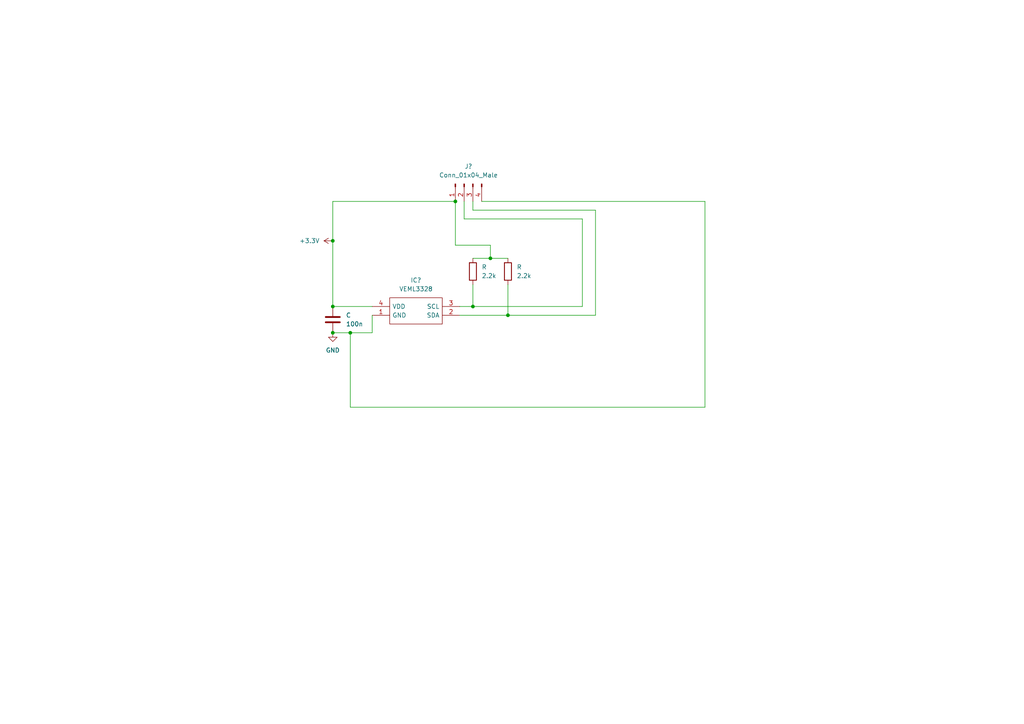
<source format=kicad_sch>
(kicad_sch (version 20211123) (generator eeschema)
  (paper "A4")
  (lib_symbols
    (symbol "Connector:Conn_01x04_Male" (pin_names (offset 1.016) hide)
      (property "Reference" "J" (at 0 5.08 0))
      (property "Value" "Conn_01x04_Male" (at 0 -7.62 0))
      (symbol "Conn_01x04_Male_1_1"
        (polyline (pts (xy 1.27 -5.08) (xy 0.8636 -5.08)) (stroke (width 0.1524)))
        (polyline (pts (xy 1.27 -2.54) (xy 0.8636 -2.54)) (stroke (width 0.1524)))
        (polyline (pts (xy 1.27 0) (xy 0.8636 0)) (stroke (width 0.1524)))
        (polyline (pts (xy 1.27 2.54) (xy 0.8636 2.54)) (stroke (width 0.1524)))
        (rectangle (start 0.8636 -4.953) (end 0 -5.207) (stroke (width 0.1524)) (fill (type outline)))
        (rectangle (start 0.8636 -2.413) (end 0 -2.667) (stroke (width 0.1524)) (fill (type outline)))
        (rectangle (start 0.8636 0.127) (end 0 -0.127) (stroke (width 0.1524)) (fill (type outline)))
        (rectangle (start 0.8636 2.667) (end 0 2.413) (stroke (width 0.1524)) (fill (type outline)))
        (pin passive line (at 5.08 2.54 180) (length 3.81) (name "Pin_1") (number "1"))
        (pin passive line (at 5.08 0 180) (length 3.81) (name "Pin_2") (number "2"))
        (pin passive line (at 5.08 -2.54 180) (length 3.81) (name "Pin_3") (number "3"))
        (pin passive line (at 5.08 -5.08 180) (length 3.81) (name "Pin_4") (number "4"))
      )
    )
    (symbol "Device:C" (pin_numbers hide) (pin_names (offset 0.254))
      (property "Reference" "C" (at 0.635 2.54 0))
      (property "Value" "C" (at 0.635 -2.54 0))
      (symbol "C_0_1"
        (polyline (pts (xy -2.032 -0.762) (xy 2.032 -0.762)) (stroke (width 0.508)))
        (polyline (pts (xy -2.032 0.762) (xy 2.032 0.762)) (stroke (width 0.508)))
      )
      (symbol "C_1_1"
        (pin passive line (at 0 3.81 270) (length 2.794) (name "~") (number "1"))
        (pin passive line (at 0 -3.81 90) (length 2.794) (name "~") (number "2"))
      )
    )
    (symbol "Device:R" (pin_numbers hide) (pin_names (offset 0))
      (property "Reference" "R" (at 2.032 0 90))
      (property "Value" "R" (at 0 0 90))
      (symbol "R_0_1"
        (rectangle (start -1.016 -2.54) (end 1.016 2.54) (stroke (width 0.254)))
      )
      (symbol "R_1_1"
        (pin passive line (at 0 3.81 270) (length 1.27) (name "~") (number "1"))
        (pin passive line (at 0 -3.81 90) (length 1.27) (name "~") (number "2"))
      )
    )
    (symbol "VEML3328:VEML3328" (pin_names (offset 0.762))
      (property "Reference" "IC" (at 21.59 7.62 0))
      (property "Value" "VEML3328" (at 21.59 5.08 0))
      (symbol "VEML3328_0_0"
        (pin passive line (at 25.4 0 180) (length 5.08) (name "GND") (number "1"))
        (pin passive line (at 0 0 0) (length 5.08) (name "SDA") (number "2"))
        (pin passive line (at 0 -2.54 0) (length 5.08) (name "SCL") (number "3"))
        (pin passive line (at 25.4 -2.54 180) (length 5.08) (name "VDD") (number "4"))
      )
      (symbol "VEML3328_0_1"
        (polyline (pts (xy 5.08 2.54) (xy 20.32 2.54) (xy 20.32 -5.08) (xy 5.08 -5.08) (xy 5.08 2.54)) (stroke (width 0.1524)))
      )
    )
    (symbol "power:+3.3V" (power) (pin_names (offset 0))
      (property "Value" "+3.3V" (at 0 3.556 0))
      (symbol "+3.3V_0_1"
        (polyline (pts (xy -0.762 1.27) (xy 0 2.54)))
        (polyline (pts (xy 0 0) (xy 0 2.54)))
        (polyline (pts (xy 0 2.54) (xy 0.762 1.27)))
      )
      (symbol "+3.3V_1_1"
        (pin power_in line (at 0 0 90) (length 0) hide (name "+3.3V") (number "1"))
      )
    )
    (symbol "power:GND" (power) (pin_names (offset 0))
      (property "Value" "GND" (at 0 -3.81 0))
      (symbol "GND_0_1"
        (polyline (pts (xy 0 0) (xy 0 -1.27) (xy 1.27 -1.27) (xy 0 -2.54) (xy -1.27 -1.27) (xy 0 -1.27)))
      )
      (symbol "GND_1_1"
        (pin power_in line (at 0 0 270) (length 0) hide (name "GND") (number "1"))
      )
    )
  )
  (junction (at 96.52 88.9))
  (junction (at 132.08 58.42))
  (junction (at 137.16 88.9))
  (junction (at 142.24 74.93))
  (junction (at 147.32 91.44))
  (junction (at 96.52 69.85))
  (junction (at 101.6 96.52))
  (junction (at 96.52 96.52))
  (wire (pts (xy 96.52 88.9) (xy 107.95 88.9)))
  (wire (pts (xy 168.91 63.5) (xy 134.62 63.5)))
  (wire (pts (xy 204.47 118.11) (xy 101.6 118.11)))
  (wire (pts (xy 172.72 91.44) (xy 172.72 60.96)))
  (wire (pts (xy 133.35 91.44) (xy 147.32 91.44)))
  (wire (pts (xy 101.6 118.11) (xy 101.6 96.52)))
  (wire (pts (xy 139.7 58.42) (xy 204.47 58.42)))
  (wire (pts (xy 101.6 96.52) (xy 96.52 96.52)))
  (wire (pts (xy 132.08 58.42) (xy 132.08 71.12)))
  (wire (pts (xy 101.6 96.52) (xy 107.95 96.52)))
  (wire (pts (xy 96.52 58.42) (xy 96.52 69.85)))
  (wire (pts (xy 107.95 91.44) (xy 107.95 96.52)))
  (wire (pts (xy 137.16 58.42) (xy 137.16 60.96)))
  (wire (pts (xy 132.08 71.12) (xy 142.24 71.12)))
  (wire (pts (xy 172.72 60.96) (xy 137.16 60.96)))
  (wire (pts (xy 204.47 58.42) (xy 204.47 118.11)))
  (wire (pts (xy 142.24 74.93) (xy 142.24 71.12)))
  (wire (pts (xy 147.32 91.44) (xy 172.72 91.44)))
  (wire (pts (xy 147.32 91.44) (xy 147.32 82.55)))
  (wire (pts (xy 134.62 58.42) (xy 134.62 63.5)))
  (wire (pts (xy 142.24 74.93) (xy 147.32 74.93)))
  (wire (pts (xy 137.16 88.9) (xy 168.91 88.9)))
  (wire (pts (xy 96.52 69.85) (xy 96.52 88.9)))
  (wire (pts (xy 133.35 88.9) (xy 137.16 88.9)))
  (wire (pts (xy 132.08 58.42) (xy 96.52 58.42)))
  (wire (pts (xy 137.16 88.9) (xy 137.16 82.55)))
  (wire (pts (xy 137.16 74.93) (xy 142.24 74.93)))
  (wire (pts (xy 168.91 88.9) (xy 168.91 63.5)))
  (symbol (lib_id "Device:R") (at 137.16 78.74 0) (unit 1)
    (property "Reference" "R" (at 139.7 77.4699 0) (effects (justify left)))
    (property "Value" "2.2k" (at 139.7 80.0099 0) (effects (justify left)))
  )
  (symbol (lib_id "VEML3328:VEML3328") (at 133.35 91.44 180) (unit 1)
    (property "Reference" "IC?" (at 120.65 81.28 0))
    (property "Value" "VEML3328" (at 120.65 83.82 0))
    (property "Footprint" "VEML3328" (effects hide))
    (property "Datasheet" "https://componentsearchengine.com/Datasheets/1/VEML3328.pdf" (effects hide))
    (property "Description" "Photo IC Sensors RGBCIR Color Sensor I2C bus OPLGA4" (effects hide))
    (property "Height" "1.1" (effects hide))
    (property "Manufacturer_Name" "Vishay" (effects hide))
    (property "Manufacturer_Part_Number" "VEML3328" (effects hide))
    (property "Mouser Part Number" "78-VEML3328" (effects hide))
    (property "Mouser Price/Stock" "https://www.mouser.co.uk/ProductDetail/Vishay-Semiconductors/VEML3328?qs=d0WKAl%252BL4Kbpb5hwM69hRw%3D%3D" (effects hide))
    (property "Arrow Part Number" "VEML3328" (effects hide))
    (property "Arrow Price/Stock" "https://www.arrow.com/en/products/veml3328/vishay?region=nac" (effects hide))
  )
  (symbol (lib_id "Connector:Conn_01x04_Male") (at 134.62 53.34 90) (mirror x) (unit 1)
    (property "Reference" "J?" (at 135.89 48.26 90))
    (property "Value" "Conn_01x04_Male" (at 135.89 50.8 90))
  )
  (symbol (lib_id "Device:R") (at 147.32 78.74 0) (unit 1)
    (property "Reference" "R" (at 149.86 77.4699 0) (effects (justify left)))
    (property "Value" "2.2k" (at 149.86 80.0099 0) (effects (justify left)))
  )
  (symbol (lib_id "power:GND") (at 96.52 96.52 0) (unit 1)
    (property "Reference" "#PWR?" (effects hide))
    (property "Value" "GND" (at 96.52 101.6 0))
  )
  (symbol (lib_id "Device:C") (at 96.52 92.71 0) (unit 1)
    (property "Reference" "C" (at 100.33 91.4399 0) (effects (justify left)))
    (property "Value" "100n" (at 100.33 93.9799 0) (effects (justify left)))
  )
  (symbol (lib_id "power:+3.3V") (at 96.52 69.85 90) (unit 1)
    (property "Reference" "#PWR?" (effects hide))
    (property "Value" "+3.3V" (at 92.71 69.8499 90) (effects (justify left)))
  )
)
</source>
